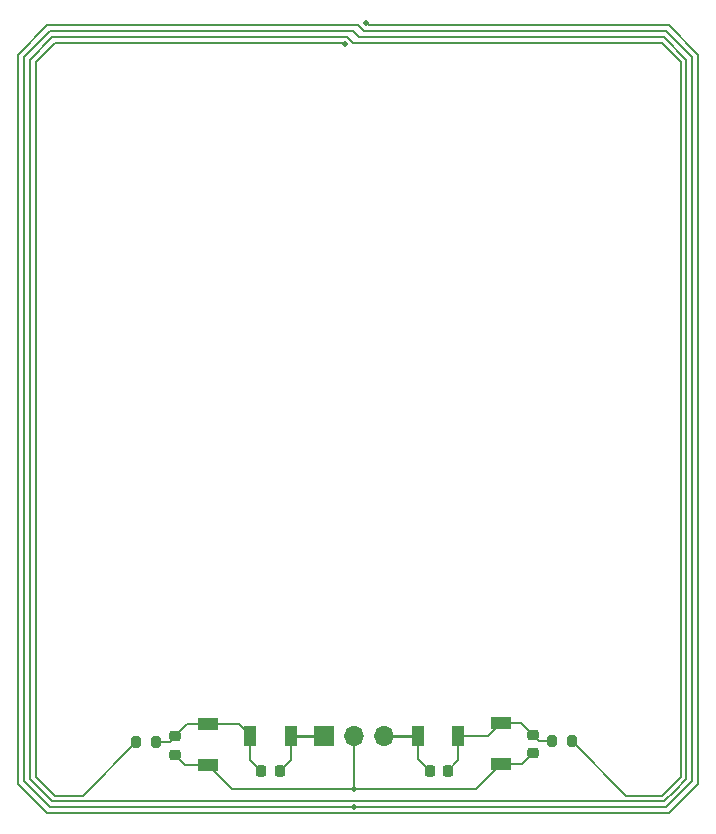
<source format=gtl>
%TF.GenerationSoftware,KiCad,Pcbnew,(6.0.4-0)*%
%TF.CreationDate,2022-04-21T20:04:49-07:00*%
%TF.ProjectId,Labpass RFID Reader - Mez,4c616270-6173-4732-9052-464944205265,0.1.0*%
%TF.SameCoordinates,Original*%
%TF.FileFunction,Copper,L1,Top*%
%TF.FilePolarity,Positive*%
%FSLAX46Y46*%
G04 Gerber Fmt 4.6, Leading zero omitted, Abs format (unit mm)*
G04 Created by KiCad (PCBNEW (6.0.4-0)) date 2022-04-21 20:04:49*
%MOMM*%
%LPD*%
G01*
G04 APERTURE LIST*
G04 Aperture macros list*
%AMRoundRect*
0 Rectangle with rounded corners*
0 $1 Rounding radius*
0 $2 $3 $4 $5 $6 $7 $8 $9 X,Y pos of 4 corners*
0 Add a 4 corners polygon primitive as box body*
4,1,4,$2,$3,$4,$5,$6,$7,$8,$9,$2,$3,0*
0 Add four circle primitives for the rounded corners*
1,1,$1+$1,$2,$3*
1,1,$1+$1,$4,$5*
1,1,$1+$1,$6,$7*
1,1,$1+$1,$8,$9*
0 Add four rect primitives between the rounded corners*
20,1,$1+$1,$2,$3,$4,$5,0*
20,1,$1+$1,$4,$5,$6,$7,0*
20,1,$1+$1,$6,$7,$8,$9,0*
20,1,$1+$1,$8,$9,$2,$3,0*%
G04 Aperture macros list end*
%TA.AperFunction,SMDPad,CuDef*%
%ADD10R,1.000000X1.800000*%
%TD*%
%TA.AperFunction,SMDPad,CuDef*%
%ADD11RoundRect,0.225000X0.250000X-0.225000X0.250000X0.225000X-0.250000X0.225000X-0.250000X-0.225000X0*%
%TD*%
%TA.AperFunction,SMDPad,CuDef*%
%ADD12RoundRect,0.225000X0.225000X0.250000X-0.225000X0.250000X-0.225000X-0.250000X0.225000X-0.250000X0*%
%TD*%
%TA.AperFunction,SMDPad,CuDef*%
%ADD13R,1.800000X1.000000*%
%TD*%
%TA.AperFunction,SMDPad,CuDef*%
%ADD14RoundRect,0.200000X-0.200000X-0.275000X0.200000X-0.275000X0.200000X0.275000X-0.200000X0.275000X0*%
%TD*%
%TA.AperFunction,ComponentPad*%
%ADD15R,1.700000X1.700000*%
%TD*%
%TA.AperFunction,ComponentPad*%
%ADD16O,1.700000X1.700000*%
%TD*%
%TA.AperFunction,SMDPad,CuDef*%
%ADD17RoundRect,0.225000X-0.225000X-0.250000X0.225000X-0.250000X0.225000X0.250000X-0.225000X0.250000X0*%
%TD*%
%TA.AperFunction,SMDPad,CuDef*%
%ADD18RoundRect,0.200000X0.200000X0.275000X-0.200000X0.275000X-0.200000X-0.275000X0.200000X-0.275000X0*%
%TD*%
%TA.AperFunction,SMDPad,CuDef*%
%ADD19RoundRect,0.225000X-0.250000X0.225000X-0.250000X-0.225000X0.250000X-0.225000X0.250000X0.225000X0*%
%TD*%
%TA.AperFunction,ViaPad*%
%ADD20C,0.508000*%
%TD*%
%TA.AperFunction,Conductor*%
%ADD21C,0.250000*%
%TD*%
%TA.AperFunction,Conductor*%
%ADD22C,0.152400*%
%TD*%
G04 APERTURE END LIST*
D10*
%TO.P,C1,1*%
%TO.N,Net-(C1-Pad1)*%
X133800000Y-116375005D03*
%TO.P,C1,2*%
%TO.N,Net-(C1-Pad2)*%
X130400000Y-116375005D03*
%TD*%
D11*
%TO.P,C5,1*%
%TO.N,Net-(C5-Pad1)*%
X124046907Y-117950005D03*
%TO.P,C5,2*%
%TO.N,Net-(C1-Pad2)*%
X124046907Y-116400005D03*
%TD*%
D12*
%TO.P,C2,1*%
%TO.N,Net-(C1-Pad1)*%
X132875000Y-119284999D03*
%TO.P,C2,2*%
%TO.N,Net-(C1-Pad2)*%
X131325000Y-119284999D03*
%TD*%
D13*
%TO.P,C8,1*%
%TO.N,Net-(C5-Pad1)*%
X151600000Y-118700000D03*
%TO.P,C8,2*%
%TO.N,Net-(C3-Pad2)*%
X151600000Y-115300000D03*
%TD*%
D14*
%TO.P,R2,1*%
%TO.N,Net-(C3-Pad2)*%
X155971907Y-116784994D03*
%TO.P,R2,2*%
%TO.N,Net-(C5-Pad1)*%
X157621907Y-116784994D03*
%TD*%
D10*
%TO.P,C4,1*%
%TO.N,Net-(C3-Pad1)*%
X144600000Y-116400000D03*
%TO.P,C4,2*%
%TO.N,Net-(C3-Pad2)*%
X148000000Y-116400000D03*
%TD*%
D15*
%TO.P,J1,1,Pin_1*%
%TO.N,Net-(C1-Pad1)*%
X136660000Y-116400000D03*
D16*
%TO.P,J1,2,Pin_2*%
%TO.N,Net-(C5-Pad1)*%
X139200000Y-116400000D03*
%TO.P,J1,3,Pin_3*%
%TO.N,Net-(C3-Pad1)*%
X141740000Y-116400000D03*
%TD*%
D17*
%TO.P,C3,1*%
%TO.N,Net-(C3-Pad1)*%
X145570000Y-119284994D03*
%TO.P,C3,2*%
%TO.N,Net-(C3-Pad2)*%
X147120000Y-119284994D03*
%TD*%
D18*
%TO.P,R1,1*%
%TO.N,Net-(C1-Pad2)*%
X122371907Y-116875005D03*
%TO.P,R1,2*%
%TO.N,Net-(C5-Pad1)*%
X120721907Y-116875005D03*
%TD*%
D13*
%TO.P,C7,1*%
%TO.N,Net-(C1-Pad2)*%
X126800000Y-115375005D03*
%TO.P,C7,2*%
%TO.N,Net-(C5-Pad1)*%
X126800000Y-118775005D03*
%TD*%
D19*
%TO.P,C6,1*%
%TO.N,Net-(C3-Pad2)*%
X154296907Y-116259994D03*
%TO.P,C6,2*%
%TO.N,Net-(C5-Pad1)*%
X154296907Y-117809994D03*
%TD*%
D20*
%TO.N,Net-(C5-Pad1)*%
X138423097Y-57800005D03*
X140223097Y-56000005D03*
X139200000Y-122400005D03*
X139200000Y-120834999D03*
%TD*%
D21*
%TO.N,Net-(C1-Pad1)*%
X133824995Y-116400000D02*
X133800000Y-116375005D01*
D22*
X133800000Y-116375005D02*
X133800000Y-118359999D01*
X133800000Y-118359999D02*
X132875000Y-119284999D01*
D21*
X136660000Y-116400000D02*
X133824995Y-116400000D01*
D22*
%TO.N,Net-(C1-Pad2)*%
X130400000Y-118359999D02*
X131325000Y-119284999D01*
X126800000Y-115375005D02*
X129400000Y-115375005D01*
X129400000Y-115375005D02*
X130400000Y-116375005D01*
X124046907Y-116400005D02*
X123571907Y-116875005D01*
X130400000Y-116375005D02*
X130400000Y-118359999D01*
X125071907Y-115375005D02*
X124046907Y-116400005D01*
X123571907Y-116875005D02*
X122371907Y-116875005D01*
X126800000Y-115375005D02*
X125071907Y-115375005D01*
%TO.N,Net-(C3-Pad1)*%
X144600000Y-116400000D02*
X144600000Y-118314994D01*
X144600000Y-118314994D02*
X145570000Y-119284994D01*
D21*
X141740000Y-116400000D02*
X144600000Y-116400000D01*
D22*
%TO.N,Net-(C3-Pad2)*%
X148000000Y-116400000D02*
X150500000Y-116400000D01*
X151600000Y-115300000D02*
X153336913Y-115300000D01*
X150500000Y-116400000D02*
X151600000Y-115300000D01*
X154821907Y-116784994D02*
X154296907Y-116259994D01*
X153336913Y-115300000D02*
X154296907Y-116259994D01*
X155971907Y-116784994D02*
X154821907Y-116784994D01*
X148000000Y-116400000D02*
X148000000Y-118404994D01*
X148000000Y-118404994D02*
X147120000Y-119284994D01*
%TO.N,Net-(C5-Pad1)*%
X139200000Y-116400000D02*
X139200000Y-120711902D01*
X161723097Y-122900005D02*
X136623097Y-122900005D01*
X166823097Y-63100005D02*
X166823097Y-119800005D01*
X139523097Y-56200005D02*
X140023097Y-56700005D01*
X167823097Y-61900005D02*
X167823097Y-120200005D01*
X168323097Y-113800005D02*
X168323097Y-58700005D01*
X150823097Y-56700005D02*
X165623097Y-56700005D01*
X168323097Y-120400005D02*
X165823097Y-122900005D01*
X112223097Y-119800005D02*
X112223097Y-87300005D01*
X110723097Y-58700005D02*
X113223097Y-56200005D01*
X113623097Y-121900005D02*
X111723097Y-120000005D01*
X111223097Y-120200005D02*
X111223097Y-72900005D01*
X113823097Y-121400005D02*
X112223097Y-119800005D01*
X139073097Y-57700005D02*
X165223097Y-57700005D01*
X167823097Y-58900005D02*
X167823097Y-63200005D01*
X149465001Y-120834999D02*
X151600000Y-118700000D01*
X153406901Y-118700000D02*
X154296907Y-117809994D01*
X165223097Y-57700005D02*
X166823097Y-59300005D01*
X167323097Y-114100005D02*
X167323097Y-120000005D01*
X164223097Y-121900005D02*
X161123097Y-121900005D01*
X137023097Y-57200005D02*
X138573097Y-57200005D01*
X167823097Y-120200005D02*
X165623097Y-122400005D01*
X116196907Y-121400005D02*
X113823097Y-121400005D01*
X124871907Y-118775005D02*
X124046907Y-117950005D01*
X113423097Y-122400005D02*
X111223097Y-120200005D01*
X112223097Y-87500005D02*
X112223097Y-65000005D01*
X111723097Y-116400005D02*
X111723097Y-59100005D01*
X126800000Y-118775005D02*
X124871907Y-118775005D01*
X117323097Y-56200005D02*
X139523097Y-56200005D01*
X112223097Y-65000005D02*
X112223097Y-59300005D01*
X167323097Y-120000005D02*
X166323097Y-121000005D01*
X140023097Y-56700005D02*
X151023097Y-56700005D01*
X136723097Y-122400005D02*
X127823097Y-122400005D01*
X162236918Y-121400005D02*
X157621907Y-116784994D01*
X166823097Y-59300005D02*
X166823097Y-63500005D01*
X113423097Y-56700005D02*
X139073097Y-56700005D01*
X139200000Y-120711902D02*
X139323097Y-120834999D01*
X113623097Y-57900005D02*
X113823097Y-57700005D01*
X165223097Y-121400005D02*
X162236918Y-121400005D01*
X167323097Y-59100005D02*
X167323097Y-96100005D01*
X151600000Y-118700000D02*
X153406901Y-118700000D01*
X139573097Y-57200005D02*
X165423097Y-57200005D01*
X120721907Y-116875005D02*
X116196907Y-121400005D01*
X110723097Y-120400005D02*
X110723097Y-58700005D01*
X161823097Y-121900005D02*
X136623097Y-121900005D01*
X136723097Y-121900005D02*
X113623097Y-121900005D01*
X111723097Y-120000005D02*
X111723097Y-115700005D01*
X111223097Y-73700005D02*
X111223097Y-58900005D01*
X111723097Y-59100005D02*
X113623097Y-57200005D01*
X165623097Y-56700005D02*
X167823097Y-58900005D01*
X117923097Y-57700005D02*
X138323097Y-57700005D01*
X139323097Y-120834999D02*
X128859994Y-120834999D01*
X166823097Y-119800005D02*
X165223097Y-121400005D01*
X113223097Y-56200005D02*
X117623097Y-56200005D01*
X167323097Y-91600005D02*
X167323097Y-114100005D01*
X168323097Y-58700005D02*
X165823097Y-56200005D01*
X113823097Y-57700005D02*
X118023097Y-57700005D01*
X128223097Y-122400005D02*
X113423097Y-122400005D01*
X113623097Y-57200005D02*
X137223097Y-57200005D01*
X165423097Y-121900005D02*
X164223097Y-121900005D01*
X165623097Y-122400005D02*
X136623097Y-122400005D01*
X166323097Y-121000005D02*
X165423097Y-121900005D01*
X165423097Y-57200005D02*
X167323097Y-59100005D01*
X138323097Y-57700005D02*
X138423097Y-57800005D01*
X136723097Y-122900005D02*
X113223097Y-122900005D01*
X140423097Y-56200005D02*
X140223097Y-56000005D01*
X113223097Y-122900005D02*
X110723097Y-120400005D01*
X112223097Y-59300005D02*
X113623097Y-57900005D01*
X168323097Y-110200005D02*
X168323097Y-120400005D01*
X128859994Y-120834999D02*
X126800000Y-118775005D01*
X165823097Y-56200005D02*
X140423097Y-56200005D01*
X138573097Y-57200005D02*
X139073097Y-57700005D01*
X139073097Y-56700005D02*
X139573097Y-57200005D01*
X111223097Y-58900005D02*
X113423097Y-56700005D01*
X165823097Y-122900005D02*
X161423097Y-122900005D01*
X139323097Y-120834999D02*
X149465001Y-120834999D01*
%TD*%
M02*

</source>
